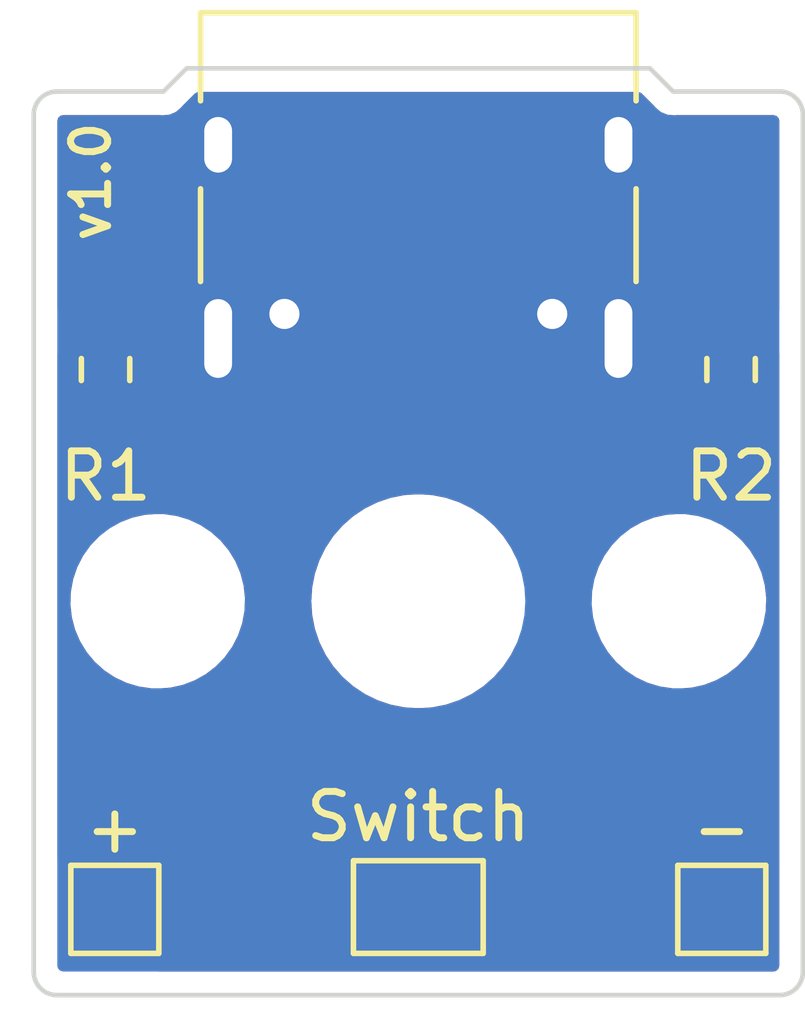
<source format=kicad_pcb>
(kicad_pcb (version 20221018) (generator pcbnew)
  (layers (0 "F.Cu" signal) (31 "B.Cu" signal) (34 "B.Paste" user) (35 "F.Paste" user) (36 "B.SilkS" user "B.Silkscreen") (37 "F.SilkS" user "F.Silkscreen") (38 "B.Mask" user) (39 "F.Mask" user) (44 "Edge.Cuts" user))
  (net 0 "")
  (net 1 "GND")
  (net 2 "Net-(J1-PadA4)")
  (net 3 "Net-(J1-PadA5)")
  (net 7 "Net-(J1-PadB5)")
  (net 11 "Net-(J3-Pad1)")
  (footprint "MountingHole:MountingHole_3mm" (layer "F.Cu") (at 105.65 66.5 180)
    (fp_text reference "REF**" hide)
    (fp_text value "M3")
    (pad "" np_thru_hole circle (at 0.025 0 180) (size 3.25 3.25) (drill 3.25) (layers "F&B.Cu" "*.Mask") (clearance 0.254))
  )
  (footprint "MountingHole:MountingHole_3mm" (layer "F.Cu") (at 94.35 66.5 180)
    (fp_text reference "REF**" hide)
    (fp_text value "M3")
    (pad "" np_thru_hole circle (at -0.025 0 180) (size 3.25 3.25) (drill 3.25) (layers "F&B.Cu" "*.Mask") (clearance 0.254))
  )
  (footprint "Jumper:SolderJumper-2_P1.3mm_Open_Pad1.0x1.5mm" (layer "F.Cu") (at 100 73.1 180)
    (fp_text reference "Switch" (at 0 1.95) (layer "F.SilkS"))
    (fp_text value "SolderJumper-2_P1.3mm_Open_Pad1.0x1.5mm" hide)
    (fp_line (start -1.4 -1) (end 1.4 -1) (stroke (width 0.12)) (layer "F.SilkS"))
    (fp_line (start -1.4 1) (end -1.4 -1) (stroke (width 0.12)) (layer "F.SilkS"))
    (fp_line (start 1.4 -1) (end 1.4 1) (stroke (width 0.12)) (layer "F.SilkS"))
    (fp_line (start 1.4 1) (end -1.4 1) (stroke (width 0.12)) (layer "F.SilkS"))
    (pad "1" smd rect (at -0.65 0 180) (size 1 1.5) (layers "F.Cu" "F.Mask") (net 2 "Net-(J1-PadA4)"))
    (pad "2" smd rect (at 0.65 0 180) (size 1 1.5) (layers "F.Cu" "F.Mask") (net 11 "Net-(J3-Pad1)"))
  )
  (footprint "MountingHole:MountingHole_5.3mm_M5" (layer "F.Cu") (at 99.65 63.35 180)
    (fp_text reference "REF**" hide)
    (fp_text value "M4")
    (pad "" np_thru_hole circle (at -0.35 -3.15 180) (size 4.1 4.1) (drill 4.1) (layers "F&B.Cu" "*.Mask") (clearance 0.254))
  )
  (footprint "TestPoint:TestPoint_Pad_1.5x1.5mm" (layer "F.Cu") (at 106.55 73.15 180)
    (fp_text reference "-" (at 0 1.7526) (layer "F.SilkS"))
    (fp_text value "-")
    (fp_line (start -0.95 -0.95) (end 0.95 -0.95) (stroke (width 0.12)) (layer "F.SilkS"))
    (fp_line (start -0.95 0.95) (end -0.95 -0.95) (stroke (width 0.12)) (layer "F.SilkS"))
    (fp_line (start 0.95 -0.95) (end 0.95 0.95) (stroke (width 0.12)) (layer "F.SilkS"))
    (fp_line (start 0.95 0.95) (end -0.95 0.95) (stroke (width 0.12)) (layer "F.SilkS"))
    (pad "1" smd rect (at 0 0 180) (size 1.5 1.5) (layers "F.Cu" "F.Mask") (net 1 "GND"))
  )
  (footprint "Connector_USB:USB_C_Receptacle_HRO_TYPE-C-31-M-12" (layer "F.Cu") (at 100 57.7 180)
    (fp_text reference "J1" hide)
    (fp_text value "USB_C_Receptacle" hide)
    (fp_line (start -4.7 -1.9) (end -4.7 0.1) (stroke (width 0.12)) (layer "F.SilkS"))
    (fp_line (start -4.7 2) (end -4.7 3.9) (stroke (width 0.12)) (layer "F.SilkS"))
    (fp_line (start -4.7 3.9) (end 4.7 3.9) (stroke (width 0.12)) (layer "F.SilkS"))
    (fp_line (start 4.7 -1.9) (end 4.7 0.1) (stroke (width 0.12)) (layer "F.SilkS"))
    (fp_line (start 4.7 2) (end 4.7 3.9) (stroke (width 0.12)) (layer "F.SilkS"))
    (pad "" np_thru_hole circle (at -2.89 -2.6 180) (size 0.65 0.65) (drill 0.65) (layers "*.Cu" "*.Mask"))
    (pad "" np_thru_hole circle (at 2.89 -2.6 180) (size 0.65 0.65) (drill 0.65) (layers "*.Cu" "*.Mask"))
    (pad "A1" smd rect (at -3.25 -4.045 180) (size 0.6 1.45) (layers "F.Cu" "F.Paste" "F.Mask") (net 1 "GND"))
    (pad "A4" smd rect (at -2.45 -4.045 180) (size 0.6 1.45) (layers "F.Cu" "F.Paste" "F.Mask") (net 2 "Net-(J1-PadA4)"))
    (pad "A5" smd rect (at -1.25 -4.045 180) (size 0.3 1.45) (layers "F.Cu" "F.Paste" "F.Mask") (net 3 "Net-(J1-PadA5)"))
    (pad "A6" smd rect (at -0.25 -4.045 180) (size 0.3 1.45) (layers "F.Cu" "F.Paste" "F.Mask"))
    (pad "A7" smd rect (at 0.25 -4.045 180) (size 0.3 1.45) (layers "F.Cu" "F.Paste" "F.Mask"))
    (pad "A8" smd rect (at 1.25 -4.045 180) (size 0.3 1.45) (layers "F.Cu" "F.Paste" "F.Mask"))
    (pad "A9" smd rect (at 2.45 -4.045 180) (size 0.6 1.45) (layers "F.Cu" "F.Paste" "F.Mask") (net 2 "Net-(J1-PadA4)"))
    (pad "A12" smd rect (at 3.25 -4.045 180) (size 0.6 1.45) (layers "F.Cu" "F.Paste" "F.Mask") (net 1 "GND"))
    (pad "B1" smd rect (at 3.25 -4.045 180) (size 0.6 1.45) (layers "F.Cu" "F.Paste" "F.Mask") (net 1 "GND"))
    (pad "B4" smd rect (at 2.45 -4.045 180) (size 0.6 1.45) (layers "F.Cu" "F.Paste" "F.Mask") (net 2 "Net-(J1-PadA4)"))
    (pad "B5" smd rect (at 1.75 -4.045 180) (size 0.3 1.45) (layers "F.Cu" "F.Paste" "F.Mask") (net 7 "Net-(J1-PadB5)"))
    (pad "B6" smd rect (at 0.75 -4.045 180) (size 0.3 1.45) (layers "F.Cu" "F.Paste" "F.Mask"))
    (pad "B7" smd rect (at -0.75 -4.045 180) (size 0.3 1.45) (layers "F.Cu" "F.Paste" "F.Mask"))
    (pad "B8" smd rect (at -1.75 -4.045 180) (size 0.3 1.45) (layers "F.Cu" "F.Paste" "F.Mask"))
    (pad "B9" smd rect (at -2.45 -4.045 180) (size 0.6 1.45) (layers "F.Cu" "F.Paste" "F.Mask") (net 2 "Net-(J1-PadA4)"))
    (pad "B12" smd rect (at -3.25 -4.045 180) (size 0.6 1.45) (layers "F.Cu" "F.Paste" "F.Mask") (net 1 "GND"))
    (pad "S1" thru_hole oval (at -4.32 -3.13 180) (size 1 2.1) (drill oval 0.6 1.7) (layers "*.Cu" "*.Mask") (net 1 "GND"))
    (pad "S1" thru_hole oval (at -4.32 1.05 180) (size 1 1.6) (drill oval 0.6 1.2) (layers "*.Cu" "*.Mask") (net 1 "GND"))
    (pad "S1" thru_hole oval (at 4.32 -3.13 180) (size 1 2.1) (drill oval 0.6 1.7) (layers "*.Cu" "*.Mask") (net 1 "GND"))
    (pad "S1" thru_hole oval (at 4.32 1.05 180) (size 1 1.6) (drill oval 0.6 1.2) (layers "*.Cu" "*.Mask") (net 1 "GND"))
  )
  (footprint "Resistor_SMD:R_0603_1608Metric" (layer "F.Cu") (at 93.25 61.5 -90)
    (fp_text reference "R1" (at 2.3 0) (layer "F.SilkS"))
    (fp_text value "5.1k")
    (fp_line (start -0.237258 -0.5225) (end 0.237258 -0.5225) (stroke (width 0.12)) (layer "F.SilkS"))
    (fp_line (start -0.237258 0.5225) (end 0.237258 0.5225) (stroke (width 0.12)) (layer "F.SilkS"))
    (pad "1" smd roundrect (at -0.825 0 270) (size 0.8 0.95) (layers "F.Cu" "F.Paste" "F.Mask") (net 7 "Net-(J1-PadB5)"))
    (pad "2" smd roundrect (at 0.825 0 270) (size 0.8 0.95) (layers "F.Cu" "F.Paste" "F.Mask") (net 1 "GND"))
  )
  (footprint "TestPoint:TestPoint_Pad_1.5x1.5mm" (layer "F.Cu") (at 93.45 73.15 180)
    (fp_text reference "+" (at 0 1.7526) (layer "F.SilkS"))
    (fp_text value "+")
    (fp_line (start -0.95 -0.95) (end 0.95 -0.95) (stroke (width 0.12)) (layer "F.SilkS"))
    (fp_line (start -0.95 0.95) (end -0.95 -0.95) (stroke (width 0.12)) (layer "F.SilkS"))
    (fp_line (start 0.95 -0.95) (end 0.95 0.95) (stroke (width 0.12)) (layer "F.SilkS"))
    (fp_line (start 0.95 0.95) (end -0.95 0.95) (stroke (width 0.12)) (layer "F.SilkS"))
    (pad "1" smd rect (at 0 0 180) (size 1.5 1.5) (layers "F.Cu" "F.Mask") (net 11 "Net-(J3-Pad1)"))
  )
  (footprint "Resistor_SMD:R_0603_1608Metric" (layer "F.Cu") (at 106.75 61.5 -90)
    (fp_text reference "R2" (at 2.3 0) (layer "F.SilkS"))
    (fp_text value "5.1k")
    (fp_line (start -0.237258 -0.5225) (end 0.237258 -0.5225) (stroke (width 0.12)) (layer "F.SilkS"))
    (fp_line (start -0.237258 0.5225) (end 0.237258 0.5225) (stroke (width 0.12)) (layer "F.SilkS"))
    (pad "1" smd roundrect (at -0.825 0 270) (size 0.8 0.95) (layers "F.Cu" "F.Paste" "F.Mask") (net 3 "Net-(J1-PadA5)"))
    (pad "2" smd roundrect (at 0.825 0 270) (size 0.8 0.95) (layers "F.Cu" "F.Paste" "F.Mask") (net 1 "GND"))
  )
  (footprint "LOGO" (layer "B.Cu") (at 106.3 73.15 180)
    (fp_text reference "G***" hide)
    (fp_text value "LOGO" hide)
  )
  (gr_arc (start 108.3 74.5) (mid 108.153553 74.853553) (end 107.8 75) (stroke (width 0.1)) (layer "Edge.Cuts"))
  (gr_line (start 91.7 56) (end 91.7 74.5) (stroke (width 0.1)) (layer "Edge.Cuts"))
  (gr_line (start 105 55) (end 95 55) (stroke (width 0.1)) (layer "Edge.Cuts"))
  (gr_arc (start 92.2 75) (mid 91.846447 74.853553) (end 91.7 74.5) (stroke (width 0.1)) (layer "Edge.Cuts"))
  (gr_line (start 105.5 55.5) (end 107.8 55.5) (stroke (width 0.1)) (layer "Edge.Cuts"))
  (gr_arc (start 91.7 56) (mid 91.846447 55.646447) (end 92.2 55.5) (stroke (width 0.1)) (layer "Edge.Cuts"))
  (gr_line (start 108.3 74.5) (end 108.3 56) (stroke (width 0.1)) (layer "Edge.Cuts"))
  (gr_line (start 107.8 75) (end 92.2 75) (stroke (width 0.1)) (layer "Edge.Cuts"))
  (gr_line (start 105.5 55.5) (end 105 55) (stroke (width 0.1)) (layer "Edge.Cuts"))
  (gr_line (start 94.5 55.5) (end 92.2 55.5) (stroke (width 0.1)) (layer "Edge.Cuts"))
  (gr_arc (start 107.8 55.5) (mid 108.153553 55.646447) (end 108.3 56) (stroke (width 0.1)) (layer "Edge.Cuts"))
  (gr_line (start 94.5 55.5) (end 95 55) (stroke (width 0.1)) (layer "Edge.Cuts"))
  (gr_text "v1.0" (at 93.4 58.8 90) (layer "F.SilkS") (effects (font (size 0.8 0.8) (thickness 0.15) bold) (justify left bottom)))
  (segment (start 97.55 62.82) (end 97.65 62.92) (width 0.5) (layer "F.Cu") (net 2))
  (segment (start 102.45 62.82) (end 102.45 61.745) (width 0.5) (layer "F.Cu") (net 2))
  (segment (start 97.55 61.745) (end 97.55 62.82) (width 0.5) (layer "F.Cu") (net 2))
  (segment (start 102.35 62.92) (end 102.45 62.82) (width 0.5) (layer "F.Cu") (net 2))
  (segment (start 102.95 63.52) (end 102.35 62.92) (width 0.5) (layer "F.Cu") (net 2))
  (segment (start 100.65 73.5) (end 102.95 71.2) (width 0.5) (layer "F.Cu") (net 2))
  (segment (start 102.95 71.2) (end 102.95 63.52) (width 0.5) (layer "F.Cu") (net 2))
  (segment (start 97.65 62.92) (end 102.35 62.92) (width 0.5) (layer "F.Cu") (net 2))
  (segment (start 101.25 61.745) (end 101.25 60.72) (width 0.25) (layer "F.Cu") (net 3))
  (segment (start 105.125 59.3) (end 106.5 60.675) (width 0.25) (layer "F.Cu") (net 3))
  (segment (start 101.25 60.72) (end 102.67 59.3) (width 0.25) (layer "F.Cu") (net 3))
  (segment (start 102.67 59.3) (end 105.125 59.3) (width 0.25) (layer "F.Cu") (net 3))
  (segment (start 98.25 61.745) (end 98.25 60.520761) (width 0.25) (layer "F.Cu") (net 7))
  (segment (start 97.029239 59.3) (end 94.875 59.3) (width 0.25) (layer "F.Cu") (net 7))
  (segment (start 98.25 60.520761) (end 97.029239 59.3) (width 0.25) (layer "F.Cu") (net 7))
  (segment (start 94.875 59.3) (end 93.5 60.675) (width 0.25) (layer "F.Cu") (net 7))
  (segment (start 93.5 73.5) (end 93.45 73.55) (width 0.5) (layer "F.Cu") (net 11))
  (segment (start 93.9 73.1) (end 93.85 73.15) (width 0.5) (layer "F.Cu") (net 11))
  (segment (start 93.7 73.3) (end 93.65 73.35) (width 0.5) (layer "F.Cu") (net 11))
  (segment (start 99.35 73.1) (end 93.9 73.1) (width 0.5) (layer "F.Cu") (net 11))
  (zone (net 1) (net_name "GND") (layer "F.Cu") (connect_pads yes (clearance 0.381)) (min_thickness 0.25) (fill yes (thermal_gap 0.5) (thermal_bridge_width 0.5) (island_removal_mode 2) (island_area_min 10))
    (polygon (pts (xy 91.6 55.5) (xy 94.4 55.5) (xy 94.9 55) (xy 104.9 55) (xy 105.4 55.5) (xy 108.2 55.5) (xy 108.3 75) (xy 91.6 75) (xy 91.6 57.7)))
  )
  (zone (net 1) (net_name "GND") (layer "B.Cu") (priority 1) (connect_pads yes (clearance 0.381)) (min_thickness 0.25) (fill yes (thermal_gap 0.5) (thermal_bridge_width 0.5) (island_removal_mode 2) (island_area_min 10))
    (polygon (pts (xy 91.6 55.5) (xy 94.5 55.5) (xy 95 55) (xy 105 55) (xy 105.5 55.5) (xy 108.3 55.5) (xy 108.3 75) (xy 91.7 75) (xy 91.6 57.5)))
  )
)
</source>
